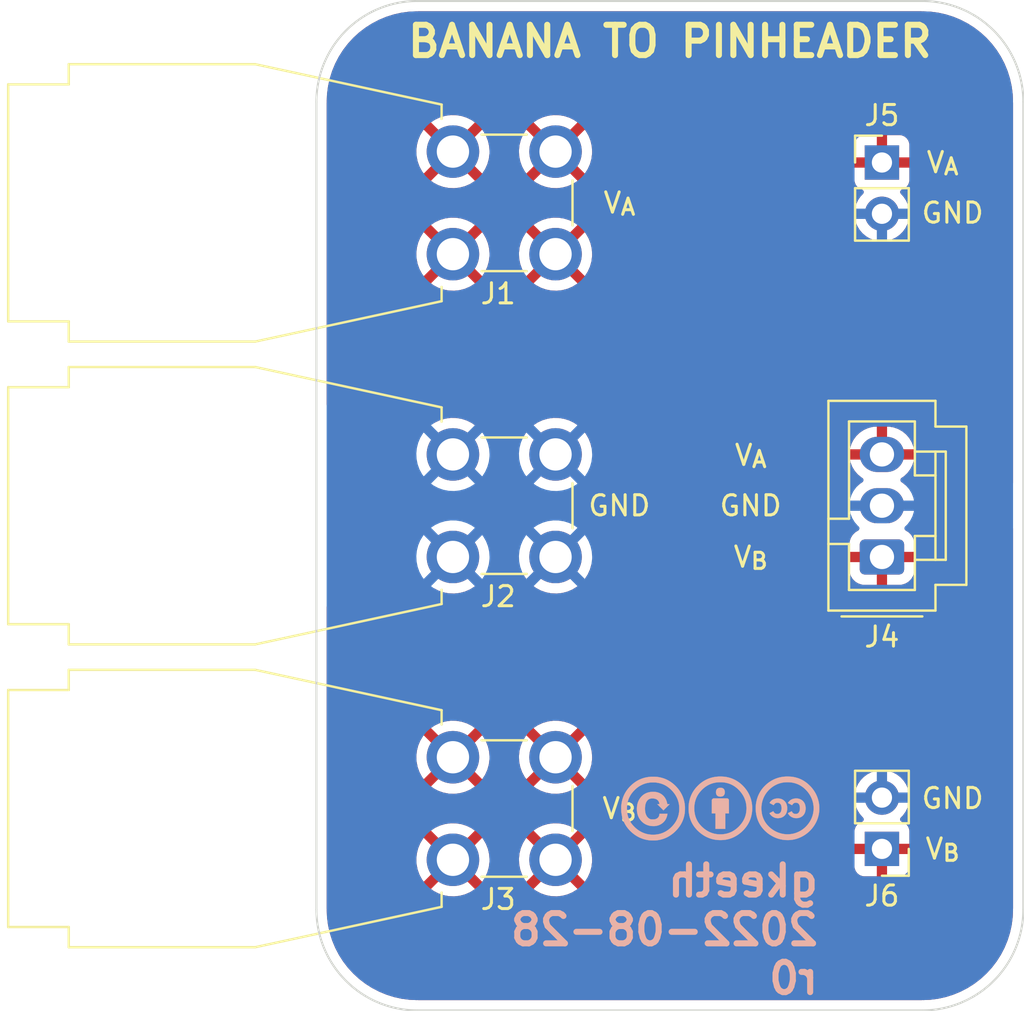
<source format=kicad_pcb>
(kicad_pcb (version 20211014) (generator pcbnew)
  (layers (0 "F.Cu" signal) (31 "B.Cu" signal) (34 "B.Paste" user) (35 "F.Paste" user) (36 "B.SilkS" user "B.Silkscreen") (37 "F.SilkS" user "F.Silkscreen") (38 "B.Mask" user) (39 "F.Mask" user) (44 "Edge.Cuts" user))
  (net 0 "")
  (net 1 "/V_{A}")
  (net 2 "/GND")
  (net 3 "/V_{B}")
  (footprint "Connector_PinHeader_2.54mm:PinHeader_1x02_P2.54mm_Vertical" (layer "F.Cu") (at 123 127 180)
    (fp_text reference "J6" (at 0 -2.33) (layer "F.SilkS"))
    (fp_text value "Conn_01x02_Male")
    (fp_text user "V_{B}" (at -3 0 unlocked) (layer "F.SilkS"))
    (fp_text user "GND" (at -3.5 2.5 unlocked) (layer "F.SilkS"))
    (fp_line (start -1.33 1.27) (end -1.33 3.87) (layer "F.SilkS") (width 0.12))
    (fp_line (start 1.33 1.27) (end 1.33 3.87) (layer "F.SilkS") (width 0.12))
    (fp_line (start -1.33 3.87) (end 1.33 3.87) (layer "F.SilkS") (width 0.12))
    (fp_line (start -1.33 0) (end -1.33 -1.33) (layer "F.SilkS") (width 0.12))
    (fp_line (start -1.33 -1.33) (end 0 -1.33) (layer "F.SilkS") (width 0.12))
    (fp_line (start -1.33 1.27) (end 1.33 1.27) (layer "F.SilkS") (width 0.12))
    (pad "1" thru_hole rect locked (at 0 0 180) (size 1.7 1.7) (drill 1) (layers *.Cu *.Mask) (net 3 "/V_{B}"))
    (pad "2" thru_hole oval locked (at 0 2.54 180) (size 1.7 1.7) (drill 1) (layers *.Cu *.Mask) (net 2 "/GND"))
  )
  (footprint "Connector_Molex_SL:Molex_SL_A-70543-0002_1x03_P2.54mm_Vertical" (layer "F.Cu") (at 123 112.54 90)
    (fp_text reference "J4" (at -3.96 0) (layer "F.SilkS"))
    (fp_text value "Molex_SL_01x03_Male")
    (fp_text user "GND" (at 2.54 -6.5 unlocked) (layer "F.SilkS"))
    (fp_text user "V_{A}" (at 5.04 -6.5 unlocked) (layer "F.SilkS"))
    (fp_text user "V_{B}" (at 0 -6.5 unlocked) (layer "F.SilkS"))
    (fp_line (start -1.635 -1.63) (end -1.635 1.63) (layer "F.SilkS") (width 0.12))
    (fp_line (start -1.38 2.65) (end -1.38 4.18) (layer "F.SilkS") (width 0.12))
    (fp_line (start -0.14 1.63) (end -0.14 3.16) (layer "F.SilkS") (width 0.12))
    (fp_line (start -1.38 4.18) (end 6.46 4.18) (layer "F.SilkS") (width 0.12))
    (fp_line (start 5.22 2.65) (end 4.04 2.65) (layer "F.SilkS") (width 0.12))
    (fp_line (start 6.715 -1.63) (end 1.895 -1.63) (layer "F.SilkS") (width 0.12))
    (fp_line (start 6.715 1.63) (end 6.715 -1.63) (layer "F.SilkS") (width 0.12))
    (fp_line (start -0.14 2.65) (end 1.04 2.65) (layer "F.SilkS") (width 0.12))
    (fp_line (start 7.735 -2.65) (end 7.735 2.65) (layer "F.SilkS") (width 0.12))
    (fp_line (start 7.735 2.65) (end 6.46 2.65) (layer "F.SilkS") (width 0.12))
    (fp_line (start -2.655 -2.65) (end 7.735 -2.65) (layer "F.SilkS") (width 0.12))
    (fp_line (start 5.22 3.16) (end 5.22 1.63) (layer "F.SilkS") (width 0.12))
    (fp_line (start 4.04 1.63) (end 6.715 1.63) (layer "F.SilkS") (width 0.12))
    (fp_line (start 0.645 -2.65) (end 0.645 -1.63) (layer "F.SilkS") (width 0.12))
    (fp_line (start 4.04 2.65) (end 4.04 1.63) (layer "F.SilkS") (width 0.12))
    (fp_line (start 1.895 -1.63) (end 1.895 -2.65) (layer "F.SilkS") (width 0.12))
    (fp_line (start -2.655 2.65) (end -2.655 -2.65) (layer "F.SilkS") (width 0.12))
    (fp_line (start 1.04 1.63) (end 1.04 2.65) (layer "F.SilkS") (width 0.12))
    (fp_line (start 1.04 2.65) (end 4.04 2.65) (layer "F.SilkS") (width 0.12))
    (fp_line (start -2.945 -2) (end -2.945 2) (layer "F.SilkS") (width 0.12))
    (fp_line (start 0.645 -1.63) (end -1.635 -1.63) (layer "F.SilkS") (width 0.12))
    (fp_line (start 6.46 4.18) (end 6.46 2.65) (layer "F.SilkS") (width 0.12))
    (fp_line (start -1.635 1.63) (end 1.04 1.63) (layer "F.SilkS") (width 0.12))
    (fp_line (start -2.655 2.65) (end -1.38 2.65) (layer "F.SilkS") (width 0.12))
    (fp_line (start -0.14 3.16) (end 5.22 3.16) (layer "F.SilkS") (width 0.12))
    (pad "1" thru_hole roundrect locked (at 0 0 90) (size 1.74 2.2) (drill 1.2) (layers *.Cu *.Mask) (roundrect_rratio 0.1436781609) (net 3 "/V_{B}"))
    (pad "2" thru_hole oval locked (at 2.54 0 90) (size 1.74 2.2) (drill 1.2) (layers *.Cu *.Mask) (net 2 "/GND"))
    (pad "3" thru_hole oval locked (at 5.08 0 90) (size 1.74 2.2) (drill 1.2) (layers *.Cu *.Mask) (net 1 "/V_{A}"))
  )
  (footprint "Connector:CalTest_CT3151" (layer "F.Cu") (at 101.76 107.46)
    (fp_text reference "J2" (at 2.24 7.04) (layer "F.SilkS"))
    (fp_text value "Conn_01x01_Female")
    (fp_text user "GND" (at 8.24 2.54 unlocked) (layer "F.SilkS"))
    (fp_line (start 1.417 -0.84) (end 3.652 -0.84) (layer "F.SilkS") (width 0.12))
    (fp_line (start -19.02 8.41) (end -22.02 8.41) (layer "F.SilkS") (width 0.12))
    (fp_line (start -22.02 8.41) (end -22.02 -3.33) (layer "F.SilkS") (width 0.12))
    (fp_line (start -19.02 -3.33) (end -19.02 -4.33) (layer "F.SilkS") (width 0.12))
    (fp_line (start -0.561 -2.33) (end -0.561 -1.623) (layer "F.SilkS") (width 0.12))
    (fp_line (start -19.02 9.41) (end -19.02 8.41) (layer "F.SilkS") (width 0.12))
    (fp_line (start -22.02 -3.33) (end -19.02 -3.33) (layer "F.SilkS") (width 0.12))
    (fp_line (start -0.561 7.41) (end -9.79 9.41) (layer "F.SilkS") (width 0.12))
    (fp_line (start 5.92 1.425) (end 5.92 3.656) (layer "F.SilkS") (width 0.12))
    (fp_line (start -19.02 -4.33) (end -9.79 -4.33) (layer "F.SilkS") (width 0.12))
    (fp_line (start -9.79 9.41) (end -19.02 9.41) (layer "F.SilkS") (width 0.12))
    (fp_line (start 3.653 5.92) (end 1.417 5.92) (layer "F.SilkS") (width 0.12))
    (fp_line (start -0.561 6.703) (end -0.561 7.41) (layer "F.SilkS") (width 0.12))
    (fp_line (start -9.79 -4.33) (end -0.561 -2.33) (layer "F.SilkS") (width 0.12))
    (pad "1" thru_hole circle locked (at 0 5.08) (size 2.6 2.6) (drill 1.6) (layers *.Cu *.Mask) (net 2 "/GND"))
    (pad "1" thru_hole circle locked (at 5.08 5.08) (size 2.6 2.6) (drill 1.6) (layers *.Cu *.Mask) (net 2 "/GND"))
    (pad "1" thru_hole circle locked (at 5.08 0) (size 2.6 2.6) (drill 1.6) (layers *.Cu *.Mask) (net 2 "/GND"))
    (pad "1" thru_hole circle locked (at 0 0) (size 2.6 2.6) (drill 1.6) (layers *.Cu *.Mask) (net 2 "/GND"))
  )
  (footprint "Connector:CalTest_CT3151" (layer "F.Cu") (at 101.76 92.46)
    (fp_text reference "J1" (at 2.24 7.04) (layer "F.SilkS"))
    (fp_text value "Conn_01x01_Female")
    (fp_text user "V_{A}" (at 8.24 2.54 unlocked) (layer "F.SilkS"))
    (fp_line (start -9.79 -4.33) (end -0.561 -2.33) (layer "F.SilkS") (width 0.12))
    (fp_line (start -19.02 9.41) (end -19.02 8.41) (layer "F.SilkS") (width 0.12))
    (fp_line (start -19.02 8.41) (end -22.02 8.41) (layer "F.SilkS") (width 0.12))
    (fp_line (start -22.02 -3.33) (end -19.02 -3.33) (layer "F.SilkS") (width 0.12))
    (fp_line (start -0.561 -2.33) (end -0.561 -1.623) (layer "F.SilkS") (width 0.12))
    (fp_line (start -19.02 -4.33) (end -9.79 -4.33) (layer "F.SilkS") (width 0.12))
    (fp_line (start 1.417 -0.84) (end 3.652 -0.84) (layer "F.SilkS") (width 0.12))
    (fp_line (start -22.02 8.41) (end -22.02 -3.33) (layer "F.SilkS") (width 0.12))
    (fp_line (start -19.02 -3.33) (end -19.02 -4.33) (layer "F.SilkS") (width 0.12))
    (fp_line (start 5.92 1.425) (end 5.92 3.656) (layer "F.SilkS") (width 0.12))
    (fp_line (start 3.653 5.92) (end 1.417 5.92) (layer "F.SilkS") (width 0.12))
    (fp_line (start -0.561 6.703) (end -0.561 7.41) (layer "F.SilkS") (width 0.12))
    (fp_line (start -0.561 7.41) (end -9.79 9.41) (layer "F.SilkS") (width 0.12))
    (fp_line (start -9.79 9.41) (end -19.02 9.41) (layer "F.SilkS") (width 0.12))
    (pad "1" thru_hole circle locked (at 0 0) (size 2.6 2.6) (drill 1.6) (layers *.Cu *.Mask) (net 1 "/V_{A}"))
    (pad "1" thru_hole circle locked (at 5.08 0) (size 2.6 2.6) (drill 1.6) (layers *.Cu *.Mask) (net 1 "/V_{A}"))
    (pad "1" thru_hole circle locked (at 5.08 5.08) (size 2.6 2.6) (drill 1.6) (layers *.Cu *.Mask) (net 1 "/V_{A}"))
    (pad "1" thru_hole circle locked (at 0 5.08) (size 2.6 2.6) (drill 1.6) (layers *.Cu *.Mask) (net 1 "/V_{A}"))
  )
  (footprint "Connector_PinHeader_2.54mm:PinHeader_1x02_P2.54mm_Vertical" (layer "F.Cu") (at 123 93)
    (fp_text reference "J5" (at 0 -2.33) (layer "F.SilkS"))
    (fp_text value "Conn_01x02_Male")
    (fp_text user "GND" (at 3.5 2.5 unlocked) (layer "F.SilkS"))
    (fp_text user "V_{A}" (at 3 0 unlocked) (layer "F.SilkS"))
    (fp_line (start -1.33 1.27) (end -1.33 3.87) (layer "F.SilkS") (width 0.12))
    (fp_line (start -1.33 -1.33) (end 0 -1.33) (layer "F.SilkS") (width 0.12))
    (fp_line (start 1.33 1.27) (end 1.33 3.87) (layer "F.SilkS") (width 0.12))
    (fp_line (start -1.33 1.27) (end 1.33 1.27) (layer "F.SilkS") (width 0.12))
    (fp_line (start -1.33 0) (end -1.33 -1.33) (layer "F.SilkS") (width 0.12))
    (fp_line (start -1.33 3.87) (end 1.33 3.87) (layer "F.SilkS") (width 0.12))
    (pad "1" thru_hole rect locked (at 0 0) (size 1.7 1.7) (drill 1) (layers *.Cu *.Mask) (net 1 "/V_{A}"))
    (pad "2" thru_hole oval locked (at 0 2.54) (size 1.7 1.7) (drill 1) (layers *.Cu *.Mask) (net 2 "/GND"))
  )
  (footprint "Connector:CalTest_CT3151" (layer "F.Cu") (at 101.76 122.46)
    (fp_text reference "J3" (at 2.24 7.04) (layer "F.SilkS"))
    (fp_text value "Conn_01x01_Female")
    (fp_text user "V_{B}" (at 8.24 2.54 unlocked) (layer "F.SilkS"))
    (fp_line (start -9.79 9.41) (end -19.02 9.41) (layer "F.SilkS") (width 0.12))
    (fp_line (start -22.02 -3.33) (end -19.02 -3.33) (layer "F.SilkS") (width 0.12))
    (fp_line (start 3.653 5.92) (end 1.417 5.92) (layer "F.SilkS") (width 0.12))
    (fp_line (start -0.561 7.41) (end -9.79 9.41) (layer "F.SilkS") (width 0.12))
    (fp_line (start -19.02 8.41) (end -22.02 8.41) (layer "F.SilkS") (width 0.12))
    (fp_line (start -19.02 -4.33) (end -9.79 -4.33) (layer "F.SilkS") (width 0.12))
    (fp_line (start -19.02 -3.33) (end -19.02 -4.33) (layer "F.SilkS") (width 0.12))
    (fp_line (start -22.02 8.41) (end -22.02 -3.33) (layer "F.SilkS") (width 0.12))
    (fp_line (start -0.561 -2.33) (end -0.561 -1.623) (layer "F.SilkS") (width 0.12))
    (fp_line (start -9.79 -4.33) (end -0.561 -2.33) (layer "F.SilkS") (width 0.12))
    (fp_line (start -0.561 6.703) (end -0.561 7.41) (layer "F.SilkS") (width 0.12))
    (fp_line (start 5.92 1.425) (end 5.92 3.656) (layer "F.SilkS") (width 0.12))
    (fp_line (start -19.02 9.41) (end -19.02 8.41) (layer "F.SilkS") (width 0.12))
    (fp_line (start 1.417 -0.84) (end 3.652 -0.84) (layer "F.SilkS") (width 0.12))
    (pad "1" thru_hole circle locked (at 5.08 0) (size 2.6 2.6) (drill 1.6) (layers *.Cu *.Mask) (net 3 "/V_{B}"))
    (pad "1" thru_hole circle locked (at 0 0) (size 2.6 2.6) (drill 1.6) (layers *.Cu *.Mask) (net 3 "/V_{B}"))
    (pad "1" thru_hole circle locked (at 5.08 5.08) (size 2.6 2.6) (drill 1.6) (layers *.Cu *.Mask) (net 3 "/V_{B}"))
    (pad "1" thru_hole circle locked (at 0 5.08) (size 2.6 2.6) (drill 1.6) (layers *.Cu *.Mask) (net 3 "/V_{B}"))
  )
  (footprint "Symbol_CreativeCommons:CC-BY-SA_SilkScreenTop_Small" (layer "B.Cu") (at 115 125 180)
    (fp_text reference "LOGO1" hide)
    (fp_text value "CC-BY-SA_0.33in" hide)
    (fp_poly (pts (xy 0.363207 0.492155) (xy 0.381956 0.479987) (xy 0.398919 0.463361) (xy 0.412335 0.444021) (xy 0.412932 0.442917) (xy 0.420129 0.429432) (xy 0.420958 0.093793) (xy 0.421787 -0.241845) (xy 0.241845 -0.241845) (xy 0.241845 -1.00769) (xy -0.244947 -1.00769) (xy -0.244947 -0.241845) (xy -0.424889 -0.241845) (xy -0.42406 0.093793) (xy -0.42323 0.429432) (xy -0.416152 0.443651) (xy -0.404127 0.461926) (xy -0.38785 0.478326) (xy -0.369271 0.490951) (xy -0.36587 0.492658) (xy -0.348816 0.500745) (xy 0.345715 0.500745) (xy 0.363207 0.492155)) (layer "B.SilkS") (width 0.01) (fill solid))
    (fp_poly (pts (xy -3.723257 0.49677) (xy -3.696094 0.495218) (xy -3.67178 0.492882) (xy -3.655528 0.490482) (xy -3.604267 0.478777) (xy -3.557117 0.462808) (xy -3.513481 0.442343) (xy -3.481313 0.422986) (xy -3.448635 0.398421) (xy -3.417149 0.369332) (xy -3.388286 0.337235) (xy -3.363479 0.303647) (xy -3.353661 0.287834) (xy -3.345242 0.273361) (xy -3.395772 0.24699) (xy -3.416547 0.236157) (xy -3.440485 0.223688) (xy -3.465243 0.210804) (xy -3.488478 0.198724) (xy -3.499333 0.193085) (xy -3.552365 0.16555) (xy -3.564446 0.187356) (xy -3.577441 0.207073) (xy -3.594078 0.22673) (xy -3.612787 0.244767) (xy -3.632001 0.259625) (xy -3.644739 0.267211) (xy -3.663981 0.276551) (xy -3.680074 0.282964) (xy -3.695045 0.286943) (xy -3.710915 0.288981) (xy -3.729709 0.289574) (xy -3.736206 0.289544) (xy -3.772902 0.286608) (xy -3.806046 0.2786) (xy -3.83561 0.265548) (xy -3.861569 0.247482) (xy -3.883893 0.224433) (xy -3.902557 0.196429) (xy -3.917532 0.1635) (xy -3.928792 0.125675) (xy -3.936309 0.082984) (xy -3.937579 0.071761) (xy -3.940655 0.020874) (xy -3.939333 -0.027295) (xy -3.933693 -0.072384) (xy -3.923815 -0.114035) (xy -3.909779 -0.151888) (xy -3.891665 -0.185583) (xy -3.875208 -0.208204) (xy -3.859912 -0.223367) (xy -3.840289 -0.23782) (xy -3.81819 -0.250355) (xy -3.796668 -0.259361) (xy -3.785643 -0.262909) (xy -3.775985 -0.265313) (xy -3.765979 -0.266793) (xy -3.753911 -0.267568) (xy -3.738068 -0.267857) (xy -3.730005 -0.267885) (xy -3.70416 -0.267291) (xy -3.682736 -0.265213) (xy -3.664064 -0.261317) (xy -3.646471 -0.25527) (xy -3.631034 -0.248149) (xy -3.603491 -0.230797) (xy -3.578776 -0.208243) (xy -3.557427 -0.181051) (xy -3.543266 -0.1566) (xy -3.538423 -0.147048) (xy -3.534732 -0.139976) (xy -3.533003 -0.136936) (xy -3.530136 -0.138019) (xy -3.522535 -0.14154) (xy -3.510985 -0.147105) (xy -3.496269 -0.154319) (xy -3.479169 -0.162789) (xy -3.460471 -0.172121) (xy -3.440956 -0.181919) (xy -3.421409 -0.19179) (xy -3.402613 -0.20134) (xy -3.385351 -0.210173) (xy -3.370407 -0.217897) (xy -3.358564 -0.224116) (xy -3.350605 -0.228436) (xy -3.34754 -0.230276) (xy -3.345557 -0.232314) (xy -3.34519 -0.235171) (xy -3.346852 -0.239775) (xy -3.350957 -0.247059) (xy -3.357917 -0.257953) (xy -3.363707 -0.266719) (xy -3.38831 -0.301314) (xy -3.413325 -0.331194) (xy -3.440121 -0.357772) (xy -3.470069 -0.382459) (xy -3.490249 -0.397039) (xy -3.522957 -0.417149) (xy -3.559766 -0.435451) (xy -3.598652 -0.451108) (xy -3.63759 -0.463285) (xy -3.666443 -0.469784) (xy -3.682354 -0.471982) (xy -3.702782 -0.473781) (xy -3.726055 -0.47513) (xy -3.750499 -0.475977) (xy -3.774441 -0.476269) (xy -3.796207 -0.475955) (xy -3.814123 -0.474982) (xy -3.818831 -0.474517) (xy -3.873 -0.46552) (xy -3.924115 -0.451391) (xy -3.971945 -0.432308) (xy -4.016263 -0.40845) (xy -4.056837 -0.379995) (xy -4.09344 -0.347123) (xy -4.12584 -0.310013) (xy -4.15381 -0.268843) (xy -4.177119 -0.223792) (xy -4.193009 -0.18284) (xy -4.206934 -0.132423) (xy -4.216323 -0.078978) (xy -4.221176 -0.023689) (xy -4.221493 0.032262) (xy -4.217272 0.087689) (xy -4.208513 0.141409) (xy -4.195216 0.192239) (xy -4.193199 0.198438) (xy -4.175319 0.244215) (xy -4.153281 0.286088) (xy -4.126409 0.325176) (xy -4.094502 0.3621) (xy -4.056573 0.39758) (xy -4.015479 0.4278) (xy -3.971099 0.452823) (xy -3.923312 0.472715) (xy -3.871997 0.487539) (xy -3.849378 0.492267) (xy -3.830441 0.494848) (xy -3.806862 0.496575) (xy -3.780139 0.497462) (xy -3.751772 0.497522) (xy -3.723257 0.49677)) (layer "B.SilkS") (width 0.01) (fill solid))
    (fp_poly (pts (xy -3.27207 1.583781) (xy -3.243268 1.583236) (xy -3.218436 1.582318) (xy -3.205474 1.581549) (xy -3.105495 1.571594) (xy -3.008357 1.556146) (xy -2.913959 1.535172) (xy -2.822202 1.508638) (xy -2.732985 1.476513) (xy -2.646209 1.438761) (xy -2.561773 1.395351) (xy -2.479578 1.346249) (xy -2.461866 1.334732) (xy -2.418623 1.305393) (xy -2.378642 1.276465) (xy -2.340699 1.246942) (xy -2.303573 1.215815) (xy -2.266039 1.182078) (xy -2.226875 1.144725) (xy -2.205961 1.124039) (xy -2.170044 1.087439) (xy -2.138139 1.053341) (xy -2.109251 1.020588) (xy -2.082384 0.988022) (xy -2.056544 0.954486) (xy -2.035991 0.92625) (xy -1.98226 0.845423) (xy -1.934009 0.761731) (xy -1.891277 0.675279) (xy -1.854101 0.586173) (xy -1.822517 0.494516) (xy -1.796564 0.400413) (xy -1.776278 0.303969) (xy -1.761697 0.205289) (xy -1.754965 0.135726) (xy -1.75379 0.115727) (xy -1.752891 0.090953) (xy -1.752269 0.062696) (xy -1.751923 0.03225) (xy -1.751853 0.000908) (xy -1.752059 -0.030037) (xy -1.752542 -0.059292) (xy -1.753302 -0.085563) (xy -1.754339 -0.107557) (xy -1.75494 -0.116271) (xy -1.765787 -0.217396) (xy -1.78214 -0.315683) (xy -1.804011 -0.411171) (xy -1.831411 -0.503897) (xy -1.864354 -0.593899) (xy -1.90285 -0.681216) (xy -1.946911 -0.765885) (xy -1.970895 -0.807011) (xy -2.015466 -0.875553) (xy -2.065692 -0.943321) (xy -2.12103 -1.009728) (xy -2.180937 -1.074189) (xy -2.24487 -1.136117) (xy -2.312287 -1.194926) (xy -2.378572 -1.247006) (xy -2.456971 -1.301703) (xy -2.539299 -1.351973) (xy -2.62491 -1.397517) (xy -2.713156 -1.438039) (xy -2.803391 -1.473238) (xy -2.894967 -1.502817) (xy -2.982189 -1.525342) (xy -3.072339 -1.542912) (xy -3.163876 -1.555027) (xy -3.257351 -1.561735) (xy -3.353316 -1.563086) (xy -3.388941 -1.562259) (xy -3.48462 -1.556121) (xy -3.57891 -1.544016) (xy -3.671952 -1.525909) (xy -3.763893 -1.501763) (xy -3.854875 -1.471541) (xy -3.945042 -1.435207) (xy -4.010608 -1.404716) (xy -4.096549 -1.35913) (xy -4.179304 -1.308507) (xy -4.258659 -1.253102) (xy -4.334401 -1.193173) (xy -4.406313 -1.128976) (xy -4.474184 -1.060766) (xy -4.537797 -0.988801) (xy -4.59694 -0.913338) (xy -4.651398 -0.834631) (xy -4.700956 -0.752938) (xy -4.7454 -0.668515) (xy -4.784517 -0.581618) (xy -4.818091 -0.492504) (xy -4.844452 -0.40678) (xy -4.862283 -0.335958) (xy -4.876365 -0.266576) (xy -4.886884 -0.197197) (xy -4.894028 -0.126385) (xy -4.897983 -0.052705) (xy -4.898978 0.012403) (xy -4.898042 0.053997) (xy -4.618492 0.053997) (xy -4.618414 -0.033393) (xy -4.612215 -0.121147) (xy -4.608786 -0.150378) (xy -4.594725 -0.235303) (xy -4.574664 -0.319199) (xy -4.548765 -0.401725) (xy -4.517191 -0.482542) (xy -4.480104 -0.56131) (xy -4.437667 -0.637689) (xy -4.390042 -0.71134) (xy -4.337391 -0.781923) (xy -4.279878 -0.849098) (xy -4.269086 -0.860734) (xy -4.209273 -0.921121) (xy -4.148352 -0.975888) (xy -4.085551 -1.025605) (xy -4.020098 -1.070843) (xy -3.951222 -1.112172) (xy -3.878151 -1.150165) (xy -3.877759 -1.150355) (xy -3.797289 -1.186116) (xy -3.716099 -1.215833) (xy -3.633831 -1.239589) (xy -3.550128 -1.257467) (xy -3.464631 -1.26955) (xy -3.376983 -1.27592) (xy -3.33158 -1.276995) (xy -3.309531 -1.276947) (xy -3.285805 -1.276531) (xy -3.262653 -1.275807) (xy -3.242324 -1.27484) (xy -3.233912 -1.274283) (xy -3.144646 -1.26451) (xy -3.056753 -1.24878) (xy -2.97049 -1.227236) (xy -2.886113 -1.200021) (xy -2.803878 -1.167279) (xy -2.724043 -1.129152) (xy -2.646863 -1.085784) (xy -2.572594 -1.037317) (xy -2.501495 -0.983895) (xy -2.43382 -0.92566) (xy -2.369826 -0.862756) (xy -2.309771 -0.795326) (xy -2.259131 -0.730657) (xy -2.21547 -0.666324) (xy -2.175873 -0.597707) (xy -2.140617 -0.525434) (xy -2.109981 -0.450132) (xy -2.084242 -0.372429) (xy -2.063678 -0.292952) (xy -2.061987 -0.285253) (xy -2.048877 -0.213963) (xy -2.039522 -0.139469) (xy -2.033949 -0.063085) (xy -2.032184 0.013877) (xy -2.034255 0.090102) (xy -2.040187 0.164278) (xy -2.050009 0.235091) (xy -2.05119 0.241846) (xy -2.069978 0.330081) (xy -2.094402 0.415762) (xy -2.124404 0.498793) (xy -2.159928 0.579075) (xy -2.200914 0.656514) (xy -2.247306 0.731011) (xy -2.299045 0.802471) (xy -2.356075 0.870796) (xy -2.418338 0.935889) (xy -2.485776 0.997654) (xy -2.516126 1.022983) (xy -2.587304 1.076971) (xy -2.660706 1.125173) (xy -2.736369 1.167605) (xy -2.814326 1.204283) (xy -2.894612 1.235221) (xy -2.977262 1.260437) (xy -3.06231 1.279945) (xy -3.099036 1.286486) (xy -3.180149 1.297054) (xy -3.263756 1.302838) (xy -3.34843 1.303842) (xy -3.432742 1.300069) (xy -3.515265 1.291525) (xy -3.557428 1.285125) (xy -3.643165 1.267568) (xy -3.726265 1.244399) (xy -3.806752 1.215608) (xy -3.884648 1.181184) (xy -3.959979 1.141116) (xy -4.03277 1.095393) (xy -4.103043 1.044004) (xy -4.111377 1.037401) (xy -4.164448 0.992402) (xy -4.217195 0.942688) (xy -4.268263 0.889655) (xy -4.316295 0.834703) (xy -4.353708 0.787549) (xy -4.406005 0.713407) (xy -4.452723 0.636907) (xy -4.493803 0.558272) (xy -4.529183 0.477721) (xy -4.558805 0.395477) (xy -4.582606 0.311762) (xy -4.600528 0.226795) (xy -4.61251 0.1408) (xy -4.618492 0.053997) (xy -4.898042 0.053997) (xy -4.897088 0.096374) (xy -4.891339 0.176647) (xy -4.881519 0.25454) (xy -4.867413 0.331373) (xy -4.848807 0.408465) (xy -4.825487 0.487136) (xy -4.818462 0.508497) (xy -4.786743 0.59506) (xy -4.750675 0.678271) (xy -4.709927 0.758709) (xy -4.664171 0.836952) (xy -4.613078 0.91358) (xy -4.556317 0.989169) (xy -4.518279 1.035596) (xy -4.500559 1.055776) (xy -4.47909 1.078951) (xy -4.454876 1.104131) (xy -4.428918 1.130326) (xy -4.402221 1.156546) (xy -4.375785 1.181801) (xy -4.350615 1.2051) (xy -4.327712 1.225455) (xy -4.315667 1.235683) (xy -4.23974 1.295289) (xy -4.16248 1.348997) (xy -4.083582 1.396936) (xy -4.002742 1.439234) (xy -3.919653 1.476022) (xy -3.834011 1.507427) (xy -3.745512 1.53358) (xy -3.65385 1.554609) (xy -3.558721 1.570643) (xy -3.509864 1.576816) (xy -3.489968 1.578624) (xy -3.465004 1.580199) (xy -3.436102 1.581524) (xy -3.404393 1.582581) (xy -3.371005 1.583353) (xy -3.337069 1.583822) (xy -3.303714 1.583971) (xy -3.27207 1.583781)) (layer "B.SilkS") (width 0.01) (fill solid))
    (fp_poly (pts (xy 3.385437 1.574471) (xy 3.414187 1.573911) (xy 3.438924 1.572974) (xy 3.451788 1.572194) (xy 3.55217 1.562068) (xy 3.6496 1.546501) (xy 3.744174 1.525459) (xy 3.835983 1.498902) (xy 3.925121 1.466793) (xy 4.011682 1.429097) (xy 4.09576 1.385774) (xy 4.177447 1.336788) (xy 4.256838 1.282102) (xy 4.334026 1.221679) (xy 4.33627 1.219809) (xy 4.405773 1.158495) (xy 4.472152 1.093305) (xy 4.534681 1.025039) (xy 4.592637 0.954497) (xy 4.645295 0.88248) (xy 4.656032 0.866614) (xy 4.706441 0.785708) (xy 4.751182 0.702606) (xy 4.790298 0.617181) (xy 4.82383 0.529306) (xy 4.851822 0.438855) (xy 4.874315 0.345699) (xy 4.891353 0.249714) (xy 4.902977 0.150771) (xy 4.905335 0.121601) (xy 4.906467 0.100759) (xy 4.907239 0.075154) (xy 4.907668 0.045887) (xy 4.90777 0.014057) (xy 4.90756 -0.019235) (xy 4.907056 -0.052891) (xy 4.906273 -0.085811) (xy 4.905229 -0.116895) (xy 4.903939 -0.145042) (xy 4.902419 -0.169154) (xy 4.900748 -0.187585) (xy 4.88677 -0.287373) (xy 4.867627 -0.383763) (xy 4.843265 -0.476869) (xy 4.813629 -0.566809) (xy 4.778663 -0.653697) (xy 4.738312 -0.737651) (xy 4.692522 -0.818784) (xy 4.641236 -0.897214) (xy 4.5844 -0.973057) (xy 4.521959 -1.046427) (xy 4.461999 -1.10937) (xy 4.387101 -1.18007) (xy 4.309868 -1.245028) (xy 4.230265 -1.304261) (xy 4.148256 -1.357787) (xy 4.063805 -1.405624) (xy 3.976876 -1.447787) (xy 3.887435 -1.484296) (xy 3.795444 -1.515166) (xy 3.70087 -1.540416) (xy 3.603676 -1.560063) (xy 3.506762 -1.573794) (xy 3.488102 -1.575461) (xy 3.464328 -1.576896) (xy 3.436497 -1.578087) (xy 3.405669 -1.579026) (xy 3.3729 -1.579702) (xy 3.339251 -1.580106) (xy 3.305778 -1.580228) (xy 3.273542 -1.580059) (xy 3.243598 -1.579588) (xy 3.217007 -1.578807) (xy 3.194827 -1.577705) (xy 3.182751 -1.576762) (xy 3.085747 -1.564825) (xy 2.99209 -1.547807) (xy 2.901414 -1.525596) (xy 2.813351 -1.498077) (xy 2.727532 -1.465135) (xy 2.643592 -1.426657) (xy 2.564312 -1.384332) (xy 2.484886 -1.33562) (xy 2.407489 -1.281565) (xy 2.332593 -1.222644) (xy 2.26067 -1.159335) (xy 2.19219 -1.092116) (xy 2.127625 -1.021463) (xy 2.067448 -0.947855) (xy 2.012128 -0.87177) (xy 1.962138 -0.793684) (xy 1.935751 -0.747626) (xy 1.89549 -0.669097) (xy 1.860486 -0.589744) (xy 1.830523 -0.508875) (xy 1.80538 -0.425798) (xy 1.784842 -0.339822) (xy 1.768689 -0.250254) (xy 1.760787 -0.192671) (xy 1.758542 -0.170186) (xy 1.756592 -0.142697) (xy 1.754961 -0.111398) (xy 1.753673 -0.077478) (xy 1.75275 -0.042131) (xy 1.752429 -0.020716) (xy 2.033935 -0.020716) (xy 2.034259 -0.052086) (xy 2.035018 -0.080885) (xy 2.036222 -0.105674) (xy 2.037007 -0.116271) (xy 2.047419 -0.204507) (xy 2.0633 -0.290015) (xy 2.084704 -0.37291) (xy 2.111687 -0.453309) (xy 2.144303 -0.531325) (xy 2.182606 -0.607073) (xy 2.22665 -0.68067) (xy 2.27649 -0.75223) (xy 2.332181 -0.821867) (xy 2.393778 -0.889698) (xy 2.412255 -0.908548) (xy 2.451453 -0.94684) (xy 2.488817 -0.981079) (xy 2.525751 -1.012503) (xy 2.563662 -1.042346) (xy 2.568656 -1.046114) (xy 2.641753 -1.097317) (xy 2.716941 -1.142689) (xy 2.794231 -1.182232) (xy 2.873629 -1.215948) (xy 2.955143 -1.24384) (xy 3.038781 -1.26591) (xy 3.12455 -1.28216) (xy 3.21246 -1.292592) (xy 3.302517 -1.297208) (xy 3.394729 -1.296011) (xy 3.449401 -1.292638) (xy 3.535781 -1.28271) (xy 3.620941 -1.266742) (xy 3.704647 -1.244817) (xy 3.786659 -1.217018) (xy 3.866743 -1.183428) (xy 3.94466 -1.14413) (xy 4.020175 -1.099207) (xy 4.041603 -1.08513) (xy 4.085001 -1.054952) (xy 4.125704 -1.024353) (xy 4.164961 -0.992282) (xy 4.204023 -0.957689) (xy 4.24414 -0.919523) (xy 4.27268 -0.890973) (xy 4.319414 -0.841552) (xy 4.361118 -0.793365) (xy 4.398532 -0.745372) (xy 4.432397 -0.696535) (xy 4.463453 -0.645815) (xy 4.492439 -0.592172) (xy 4.508015 -0.560527) (xy 4.534336 -0.501523) (xy 4.556978 -0.44235) (xy 4.576246 -0.38192) (xy 4.592445 -0.319147) (xy 4.605881 -0.252947) (xy 4.616858 -0.182232) (xy 4.618984 -0.165881) (xy 4.620833 -0.146917) (xy 4.622334 -0.122908) (xy 4.623486 -0.094908) (xy 4.62429 -0.06397) (xy 4.624746 -0.031146) (xy 4.624854 0.002509) (xy 4.624615 0.035943) (xy 4.624028 0.068102) (xy 4.623095 0.097934) (xy 4.621815 0.124385) (xy 4.620188 0.146402) (xy 4.618907 0.15813) (xy 4.608985 0.225067) (xy 4.597217 0.287346) (xy 4.583268 0.346323) (xy 4.566804 0.403354) (xy 4.54749 0.459794) (xy 4.539056 0.482088) (xy 4.530965 0.501562) (xy 4.520389 0.524979) (xy 4.508023 0.550956) (xy 4.494564 0.578114) (xy 4.480708 0.605071) (xy 4.467153 0.630448) (xy 4.454594 0.652863) (xy 4.444018 0.670477) (xy 4.413549 0.716787) (xy 4.382225 0.760329) (xy 4.348976 0.802444) (xy 4.312729 0.844472) (xy 4.272412 0.887754) (xy 4.260205 0.900325) (xy 4.210818 0.949092) (xy 4.162901 0.99284) (xy 4.115517 1.032264) (xy 4.067728 1.068058) (xy 4.018597 1.100918) (xy 3.967186 1.131538) (xy 3.912558 1.160615) (xy 3.902087 1.165849) (xy 3.842786 1.193549) (xy 3.784397 1.217293) (xy 3.725657 1.237461) (xy 3.665304 1.254431) (xy 3.602075 1.268581) (xy 3.534708 1.28029) (xy 3.506762 1.284314) (xy 3.492965 1.286124) (xy 3.480195 1.287595) (xy 3.467593 1.28876) (xy 3.454304 1.289656) (xy 3.439468 1.290315) (xy 3.422228 1.290773) (xy 3.401727 1.291064) (xy 3.377107 1.291223) (xy 3.34751 1.291283) (xy 3.33313 1.291288) (xy 3.301217 1.291257) (xy 3.274641 1.291146) (xy 3.252536 1.290918) (xy 3.234038 1.290539) (xy 3.218281 1.289972) (xy 3.204402 1.289183) (xy 3.191534 1.288136) (xy 3.178815 1.286796) (xy 3.165377 1.285127) (xy 3.157946 1.284136) (xy 3.069833 1.269513) (xy 2.985335 1.24997) (xy 2.904192 1.225376) (xy 2.82614 1.1956) (xy 2.750918 1.160511) (xy 2.678263 1.11998) (xy 2.607913 1.073875) (xy 2.539605 1.022066) (xy 2.473076 0.964422) (xy 2.427758 0.920864) (xy 2.362618 0.851754) (xy 2.303356 0.780679) (xy 2.249967 0.707623) (xy 2.202443 0.632573) (xy 2.160778 0.555516) (xy 2.124965 0.476438) (xy 2.094998 0.395325) (xy 2.07087 0.312163) (xy 2.052574 0.226938) (xy 2.040103 0.139638) (xy 2.038528 0.124243) (xy 2.036812 0.10164) (xy 2.035485 0.074401) (xy 2.034557 0.043968) (xy 2.034037 0.011782) (xy 2.033935 -0.020716) (xy 1.752429 -0.020716) (xy 1.752216 -0.006549) (xy 1.752095 0.028078) (xy 1.75241 0.060557) (xy 1.753183 0.089695) (xy 1.75444 0.114302) (xy 1.754695 0.117848) (xy 1.765061 0.217031) (xy 1.780951 0.313443) (xy 1.802417 0.407235) (xy 1.829513 0.498554) (xy 1.862292 0.58755) (xy 1.900806 0.674371) (xy 1.945107 0.759167) (xy 1.99525 0.842086) (xy 2.02954 0.892969) (xy 2.090004 0.973991) (xy 2.154964 1.051058) (xy 2.224133 1.12389) (xy 2.297222 1.192205) (xy 2.373942 1.255723) (xy 2.454004 1.314163) (xy 2.479585 1.331288) (xy 2.558901 1.379997) (xy 2.639753 1.423082) (xy 2.722505 1.460671) (xy 2.80752 1.492895) (xy 2.895163 1.519881) (xy 2.985799 1.541759) (xy 3.07979 1.558656) (xy 3.147094 1.567514) (xy 3.167109 1.569333) (xy 3.192187 1.570916) (xy 3.221193 1.572245) (xy 3.252992 1.573303) (xy 3.286451 1.574072) (xy 3.320434 1.574534) (xy 3.353808 1.574673) (xy 3.385437 1.574471)) (layer "B.SilkS") (width 0.01) (fill solid))
    (fp_poly (pts (xy -2.799357 0.496503) (xy -2.770142 0.494176) (xy -2.744702 0.490676) (xy -2.743676 0.490492) (xy -2.690878 0.478273) (xy -2.642254 0.461524) (xy -2.597621 0.440129) (xy -2.556796 0.413971) (xy -2.519599 0.382936) (xy -2.485848 0.346906) (xy -2.456589 0.307616) (xy -2.44923 0.296172) (xy -2.443361 0.286245) (xy -2.439765 0.279207) (xy -2.439022 0.276918) (xy -2.440866 0.274441) (xy -2.446824 0.270061) (xy -2.457147 0.263634) (xy -2.472086 0.255012) (xy -2.491893 0.24405) (xy -2.516819 0.230603) (xy -2.53938 0.218609) (xy -2.640149 0.165301) (xy -2.647987 0.179544) (xy -2.667761 0.210489) (xy -2.690367 0.23618) (xy -2.71646 0.257167) (xy -2.746692 0.274002) (xy -2.771924 0.284046) (xy -2.782214 0.286932) (xy -2.793807 0.288699) (xy -2.808405 0.289525) (xy -2.824634 0.289621) (xy -2.859784 0.287361) (xy -2.890716 0.281018) (xy -2.918083 0.270349) (xy -2.942536 0.255113) (xy -2.96106 0.238849) (xy -2.980672 0.216129) (xy -2.996778 0.190688) (xy -3.00953 0.162027) (xy -3.019083 0.129648) (xy -3.025589 0.093053) (xy -3.029202 0.051743) (xy -3.030112 0.013953) (xy -3.028578 -0.03266) (xy -3.023837 -0.074362) (xy -3.015738 -0.11164) (xy -3.004128 -0.144979) (xy -2.988856 -0.174867) (xy -2.96977 -0.201789) (xy -2.958778 -0.21426) (xy -2.935671 -0.234391) (xy -2.909147 -0.250004) (xy -2.880037 -0.261099) (xy -2.849172 -0.267678) (xy -2.817382 -0.269739) (xy -2.785498 -0.267283) (xy -2.754351 -0.26031) (xy -2.724772 -0.24882) (xy -2.697591 -0.232814) (xy -2.67553 -0.214211) (xy -2.666595 -0.204355) (xy -2.656936 -0.192198) (xy -2.647368 -0.17896) (xy -2.638705 -0.16586) (xy -2.631761 -0.154118) (xy -2.627352 -0.144953) (xy -2.626197 -0.140366) (xy -2.624253 -0.136718) (xy -2.623076 -0.136425) (xy -2.619857 -0.13775) (xy -2.611881 -0.141467) (xy -2.599935 -0.147185) (xy -2.584804 -0.154518) (xy -2.567274 -0.163077) (xy -2.548133 -0.172473) (xy -2.528165 -0.182317) (xy -2.508158 -0.192221) (xy -2.488898 -0.201797) (xy -2.471171 -0.210657) (xy -2.455763 -0.21841) (xy -2.44346 -0.22467) (xy -2.435049 -0.229048) (xy -2.431316 -0.231154) (xy -2.431239 -0.231217) (xy -2.432052 -0.234389) (xy -2.435885 -0.241514) (xy -2.442059 -0.251564) (xy -2.449897 -0.263512) (xy -2.458721 -0.276331) (xy -2.467854 -0.288995) (xy -2.476617 -0.300478) (xy -2.47857 -0.302919) (xy -2.514229 -0.342199) (xy -2.553907 -0.377072) (xy -2.597075 -0.407243) (xy -2.643202 -0.432417) (xy -2.691759 -0.452298) (xy -2.742214 -0.466591) (xy -2.785877 -0.474087) (xy -2.807596 -0.475933) (xy -2.833152 -0.476852) (xy -2.860249 -0.476841) (xy -2.886593 -0.475899) (xy -2.90835 -0.474192) (xy -2.962543 -0.465608) (xy -3.013547 -0.451731) (xy -3.061331 -0.432574) (xy -3.105862 -0.408153) (xy -3.147108 -0.378483) (xy -3.179763 -0.348944) (xy -3.212285 -0.312443) (xy -3.239928 -0.272797) (xy -3.262824 -0.229726) (xy -3.281101 -0.18295) (xy -3.294889 -0.132189) (xy -3.303814 -0.081038) (xy -3.305848 -0.06049) (xy -3.307224 -0.035491) (xy -3.307943 -0.007757) (xy -3.308004 0.020999) (xy -3.307407 0.049061) (xy -3.306153 0.074713) (xy -3.304241 0.096241) (xy -3.303806 0.099701) (xy -3.293721 0.154507) (xy -3.278533 0.206078) (xy -3.25833 0.254253) (xy -3.2332 0.29887) (xy -3.203233 0.339771) (xy -3.168515 0.376793) (xy -3.136243 0.404394) (xy -3.099819 0.430226) (xy -3.063154 0.451253) (xy -3.024817 0.468114) (xy -2.983382 0.481453) (xy -2.944519 0.490528) (xy -2.921088 0.494072) (xy -2.893213 0.496441) (xy -2.862536 0.497635) (xy -2.830703 0.497656) (xy -2.799357 0.496503)) (layer "B.SilkS") (width 0.01) (fill solid))
    (fp_poly (pts (xy 0.054328 1.584427) (xy 0.094403 1.583165) (xy 0.126517 1.58126) (xy 0.227139 1.570733) (xy 0.324856 1.554736) (xy 0.419723 1.533244) (xy 0.511796 1.506234) (xy 0.601131 1.473683) (xy 0.687784 1.435568) (xy 0.771811 1.391866) (xy 0.853268 1.342552) (xy 0.932211 1.287605) (xy 1.008697 1.227) (xy 1.035595 1.203833) (xy 1.056612 1.184743) (xy 1.080307 1.162211) (xy 1.105599 1.137339) (xy 1.131407 1.111235) (xy 1.15665 1.085002) (xy 1.180247 1.059747) (xy 1.201118 1.036574) (xy 1.21516 1.020237) (xy 1.276018 0.942894) (xy 1.331091 0.863481) (xy 1.380422 0.781883) (xy 1.424059 0.69799) (xy 1.462046 0.611686) (xy 1.494428 0.522859) (xy 1.521252 0.431396) (xy 1.542562 0.337184) (xy 1.558404 0.24011) (xy 1.568823 0.140061) (xy 1.568863 0.139527) (xy 1.570009 0.119785) (xy 1.570891 0.095147) (xy 1.57151 0.066888) (xy 1.571865 0.036285) (xy 1.571956 0.004613) (xy 1.571783 -0.026852) (xy 1.571347 -0.056835) (xy 1.570648 -0.08406) (xy 1.569685 -0.107251) (xy 1.56886 -0.120315) (xy 1.558441 -0.220474) (xy 1.542688 -0.317488) (xy 1.521569 -0.411426) (xy 1.495053 -0.502359) (xy 1.463108 -0.590357) (xy 1.425702 -0.67549) (xy 1.382805 -0.757828) (xy 1.334383 -0.837441) (xy 1.280406 -0.914399) (xy 1.220842 -0.988773) (xy 1.155659 -1.060632) (xy 1.134973 -1.081741) (xy 1.059669 -1.153282) (xy 0.982142 -1.219119) (xy 0.90244 -1.279221) (xy 0.82061 -1.333557) (xy 0.736698 -1.382094) (xy 0.650751 -1.424802) (xy 0.578637 -1.455511) (xy 0.493719 -1.486323) (xy 0.408348 -1.511819) (xy 0.321951 -1.532093) (xy 0.233955 -1.547241) (xy 0.143788 -1.557356) (xy 0.050877 -1.562535) (xy -0.045351 -1.562871) (xy -0.066663 -1.562316) (xy -0.164045 -1.556275) (xy -0.259715 -1.544285) (xy -0.353604 -1.526377) (xy -0.445639 -1.502583) (xy -0.535752 -1.472933) (xy -0.623871 -1.437459) (xy -0.709926 -1.396191) (xy -0.793847 -1.349161) (xy -0.875563 -1.296399) (xy -0.955005 -1.237937) (xy -1.0321 -1.173806) (xy -1.10678 -1.104037) (xy -1.108579 -1.102258) (xy -1.178937 -1.028589) (xy -1.243498 -0.952735) (xy -1.302287 -0.874646) (xy -1.355328 -0.79427) (xy -1.402648 -0.711555) (xy -1.444272 -0.626451) (xy -1.480224 -0.538904) (xy -1.510531 -0.448865) (xy -1.535217 -0.356281) (xy -1.554308 -0.261101) (xy -1.567201 -0.168981) (xy -1.571343 -0.122596) (xy -1.574028 -0.071757) (xy -1.57528 -0.017971) (xy -1.575254 -0.008894) (xy -1.295157 -0.008894) (xy -1.291203 -0.093958) (xy -1.281808 -0.178387) (xy -1.266982 -0.261707) (xy -1.246732 -0.343445) (xy -1.221068 -0.423129) (xy -1.189998 -0.500284) (xy -1.18613 -0.508861) (xy -1.149204 -0.58272) (xy -1.106681 -0.654986) (xy -1.059001 -0.725216) (xy -1.006604 -0.792968) (xy -0.949932 -0.857799) (xy -0.889423 -0.919269) (xy -0.825518 -0.976934) (xy -0.758658 -1.030353) (xy -0.689283 -1.079084) (xy -0.617832 -1.122684) (xy -0.544746 -1.160713) (xy -0.530201 -1.167506) (xy -0.450845 -1.200466) (xy -0.368892 -1.227829) (xy -0.284494 -1.249558) (xy -0.197803 -1.265614) (xy -0.108969 -1.27596) (xy -0.089917 -1.277414) (xy -0.068033 -1.278474) (xy -0.041432 -1.279031) (xy -0.011579 -1.279116) (xy 0.020063 -1.278757) (xy 0.052033 -1.277984) (xy 0.082867 -1.276827) (xy 0.111102 -1.275313) (xy 0.135275 -1.273474) (xy 0.142627 -1.272746) (xy 0.230404 -1.260456) (xy 0.315613 -1.24261) (xy 0.398405 -1.219146) (xy 0.478927 -1.189999) (xy 0.557329 -1.155107) (xy 0.63376 -1.114406) (xy 0.708368 -1.067834) (xy 0.781303 -1.015327) (xy 0.817004 -0.98698) (xy 0.886915 -0.926339) (xy 0.95101 -0.863667) (xy 1.009373 -0.798851) (xy 1.062085 -0.731777) (xy 1.109229 -0.66233) (xy 1.150888 -0.590397) (xy 1.187144 -0.515863) (xy 1.218079 -0.438616) (xy 1.222438 -0.426289) (xy 1.245428 -0.351604) (xy 1.263837 -0.273499) (xy 1.277636 -0.192773) (xy 1.286793 -0.11022) (xy 1.291275 -0.026639) (xy 1.291053 0.057175) (xy 1.286093 0.140425) (xy 1.276366 0.222314) (xy 1.26184 0.302046) (xy 1.252686 0.341174) (xy 1.228704 0.424237) (xy 1.199352 0.504489) (xy 1.164554 0.58206) (xy 1.124233 0.657082) (xy 1.078313 0.729685) (xy 1.026718 0.8) (xy 0.96937 0.868158) (xy 0.906608 0.933882) (xy 0.843119 0.993138) (xy 0.778581 1.046573) (xy 0.712438 1.094547) (xy 0.644132 1.137423) (xy 0.573108 1.17556) (xy 0.498807 1.209319) (xy 0.454235 1.226945) (xy 0.38204 1.251063) (xy 0.306204 1.270746) (xy 0.227478 1.285933) (xy 0.146613 1.296568) (xy 0.064359 1.302592) (xy -0.018531 1.303945) (xy -0.101308 1.300571) (xy -0.183221 1.292411) (xy -0.251148 1.281752) (xy -0.336298 1.262989) (xy -0.418868 1.238588) (xy -0.498888 1.208537) (xy -0.576384 1.172823) (xy -0.651386 1.131434) (xy -0.723921 1.08436) (xy -0.738688 1.073862) (xy -0.804356 1.023075) (xy -0.867595 0.967432) (xy -0.927936 0.907523) (xy -0.98491 0.843937) (xy -1.038049 0.777264) (xy -1.086883 0.708095) (xy -1.130944 0.637019) (xy -1.169762 0.564625) (xy -1.20287 0.491504) (xy -1.204162 0.488343) (xy -1.233028 0.409401) (xy -1.256403 0.328256) (xy -1.274294 0.245381) (xy -1.286712 0.161249) (xy -1.293663 0.076333) (xy -1.295157 -0.008894) (xy -1.575254 -0.008894) (xy -1.57512 0.037256) (xy -1.573572 0.09242) (xy -1.57066 0.146015) (xy -1.566406 0.196535) (xy -1.560923 0.241846) (xy -1.54402 0.338784) (xy -1.521486 0.433212) (xy -1.493291 0.525195) (xy -1.459404 0.614801) (xy -1.419794 0.702097) (xy -1.374431 0.78715) (xy -1.323283 0.870027) (xy -1.266319 0.950794) (xy -1.20351 1.029519) (xy -1.193031 1.041797) (xy -1.125334 1.115915) (xy -1.054394 1.184887) (xy -0.980348 1.248638) (xy -0.90333 1.307096) (xy -0.823478 1.360188) (xy -0.740927 1.40784) (xy -0.655814 1.449979) (xy -0.568275 1.486532) (xy -0.478446 1.517426) (xy -0.386464 1.542587) (xy -0.292464 1.561942) (xy -0.201538 1.574872) (xy -0.164622 1.578356) (xy -0.123397 1.581122) (xy -0.079378 1.583142) (xy -0.034075 1.584386) (xy 0.010997 1.584824) (xy 0.054328 1.584427)) (layer "B.SilkS") (width 0.01) (fill solid))
    (fp_poly (pts (xy 0.017991 1.027565) (xy 0.051313 1.024019) (xy 0.082767 1.017175) (xy 0.111164 1.007031) (xy 0.132018 0.995813) (xy 0.151718 0.980702) (xy 0.169864 0.962519) (xy 0.184435 0.943344) (xy 0.186824 0.939433) (xy 0.197888 0.915934) (xy 0.206624 0.888046) (xy 0.212748 0.857232) (xy 0.215979 0.824957) (xy 0.216034 0.792684) (xy 0.215827 0.789082) (xy 0.211095 0.7492) (xy 0.202256 0.713946) (xy 0.189238 0.683238) (xy 0.171971 0.656998) (xy 0.150387 0.635147) (xy 0.124414 0.617604) (xy 0.093982 0.604291) (xy 0.059022 0.595128) (xy 0.042408 0.59242) (xy 0.012757 0.589914) (xy -0.018533 0.589927) (xy -0.047823 0.592457) (xy -0.048059 0.59249) (xy -0.08468 0.600104) (xy -0.116839 0.612014) (xy -0.144576 0.62826) (xy -0.167928 0.648883) (xy -0.186934 0.67392) (xy -0.201635 0.703411) (xy -0.212068 0.737397) (xy -0.216834 0.763744) (xy -0.219498 0.796796) (xy -0.218812 0.830446) (xy -0.214983 0.863391) (xy -0.208219 0.894331) (xy -0.198726 0.921962) (xy -0.188421 0.942275) (xy -0.176225 0.958824) (xy -0.160355 0.975552) (xy -0.142901 0.990358) (xy -0.135119 0.995813) (xy -0.110252 1.008761) (xy -0.081321 1.01841) (xy -0.049513 1.024761) (xy -0.016013 1.027812) (xy 0.017991 1.027565)) (layer "B.SilkS") (width 0.01) (fill solid))
    (fp_poly (pts (xy 3.373185 0.826386) (xy 3.446029 0.820514) (xy 3.515929 0.809309) (xy 3.582811 0.792804) (xy 3.6466 0.771031) (xy 3.707222 0.744021) (xy 3.764601 0.711806) (xy 3.818664 0.674419) (xy 3.869334 0.63189) (xy 3.916538 0.584253) (xy 3.945975 0.549759) (xy 3.987787 0.492867) (xy 4.02436 0.432702) (xy 4.055669 0.369349) (xy 4.081685 0.302896) (xy 4.102383 0.233427) (xy 4.117736 0.161031) (xy 4.127719 0.085792) (xy 4.132303 0.007797) (xy 4.132088 -0.05581) (xy 4.127221 -0.132183) (xy 4.117242 -0.205134) (xy 4.102105 -0.274814) (xy 4.081764 -0.341378) (xy 4.056175 -0.404976) (xy 4.025291 -0.465761) (xy 3.995265 -0.514697) (xy 3.952923 -0.573272) (xy 3.907197 -0.626651) (xy 3.858106 -0.674823) (xy 3.805665 -0.717777) (xy 3.749892 -0.755503) (xy 3.690804 -0.78799) (xy 3.628418 -0.815227) (xy 3.562752 -0.837203) (xy 3.493822 -0.853909) (xy 3.435449 -0.863591) (xy 3.417792 -0.865459) (xy 3.395709 -0.867043) (xy 3.37059 -0.868311) (xy 3.343825 -0.869231) (xy 3.316806 -0.869772) (xy 3.290922 -0.869902) (xy 3.267565 -0.86959) (xy 3.248125 -0.868804) (xy 3.238562 -0.868056) (xy 3.171362 -0.858544) (xy 3.107488 -0.843885) (xy 3.046673 -0.823988) (xy 2.98865 -0.798762) (xy 2.933154 -0.768114) (xy 2.916101 -0.757288) (xy 2.863876 -0.71958) (xy 2.816554 -0.678101) (xy 2.774124 -0.632833) (xy 2.736574 -0.58376) (xy 2.703893 -0.530864) (xy 2.676071 -0.474128) (xy 2.653096 -0.413534) (xy 2.634957 -0.349065) (xy 2.624704 -0.299206) (xy 2.622339 -0.285931) (xy 2.620216 -0.27432) (xy 2.618674 -0.266215) (xy 2.618287 -0.264324) (xy 2.616776 -0.257348) (xy 3.013769 -0.257348) (xy 3.013769 -0.271589) (xy 3.0148 -0.285732) (xy 3.017625 -0.303841) (xy 3.02184 -0.324083) (xy 3.027043 -0.344627) (xy 3.032831 -0.363638) (xy 3.035885 -0.372172) (xy 3.05227 -0.406599) (xy 3.073714 -0.437584) (xy 3.099981 -0.464907) (xy 3.130832 -0.488349) (xy 3.166031 -0.507694) (xy 3.196214 -0.51975) (xy 3.217255 -0.526493) (xy 3.236926 -0.531701) (xy 3.256527 -0.535548) (xy 3.277362 -0.538209) (xy 3.300733 -0.539859) (xy 3.327941 -0.540674) (xy 3.353283 -0.54084) (xy 3.380972 -0.540625) (xy 3.403711 -0.539855) (xy 3.422744 -0.538294) (xy 3.439314 -0.535706) (xy 3.454664 -0.531856) (xy 3.470038 -0.526509) (xy 3.48668 -0.519427) (xy 3.500561 -0.512922) (xy 3.537335 -0.491873) (xy 3.571613 -0.465389) (xy 3.603161 -0.433809) (xy 3.631742 -0.397474) (xy 3.65712 -0.356724) (xy 3.67906 -0.311898) (xy 3.697325 -0.263337) (xy 3.71168 -0.21138) (xy 3.712588 -0.207377) (xy 3.722889 -0.150736) (xy 3.72949 -0.090599) (xy 3.732408 -0.028396) (xy 3.731658 0.034441) (xy 3.727256 0.096482) (xy 3.719217 0.156297) (xy 3.70796 0.21084) (xy 3.69283 0.262123) (xy 3.674016 0.308618) (xy 3.651574 0.35026) (xy 3.625561 0.386985) (xy 3.596034 0.418728) (xy 3.56305 0.445423) (xy 3.526664 0.467006) (xy 3.486934 0.483412) (xy 3.464678 0.489951) (xy 3.431894 0.496241) (xy 3.395194 0.499655) (xy 3.356119 0.500265) (xy 3.316206 0.498145) (xy 3.276995 0.493368) (xy 3.240026 0.486007) (xy 3.211952 0.477922) (xy 3.171633 0.461467) (xy 3.135946 0.440911) (xy 3.104801 0.416169) (xy 3.078105 0.387157) (xy 3.055766 0.353791) (xy 3.038702 0.318486) (xy 3.032761 0.302583) (xy 3.026979 0.284736) (xy 3.021773 0.266501) (xy 3.017559 0.249434) (xy 3.014753 0.235091) (xy 3.013769 0.225256) (xy 3.013769 0.217185) (xy 3.122323 0.215491) (xy 2.816859 -0.089917) (xy 2.663403 0.063562) (xy 2.509947 0.217042) (xy 2.628446 0.217042) (xy 2.632258 0.241071) (xy 2.634444 0.252943) (xy 2.637815 0.268963) (xy 2.641962 0.287282) (xy 2.646477 0.306057) (xy 2.647921 0.311811) (xy 2.667228 0.376532) (xy 2.69134 0.43761) (xy 2.720149 0.494901) (xy 2.753548 0.548258) (xy 2.79143 0.597536) (xy 2.833687 0.642589) (xy 2.880214 0.683272) (xy 2.930902 0.719439) (xy 2.961225 0.737757) (xy 3.013053 0.764494) (xy 3.065739 0.786208) (xy 3.120067 0.803105) (xy 3.176823 0.815395) (xy 3.236792 0.823284) (xy 3.297473 0.826894) (xy 3.373185 0.826386)) (layer "B.SilkS") (width 0.01) (fill solid))
  )
  (gr_line (start 95 130) (end 95 90) (layer "Edge.Cuts") (width 0.1))
  (gr_line (start 100 85) (end 125 85) (layer "Edge.Cuts") (width 0.1))
  (gr_line (start 130 90) (end 130 130) (layer "Edge.Cuts") (width 0.1))
  (gr_arc (start 100 135) (mid 96.464466 133.535534) (end 95 130) (layer "Edge.Cuts") (width 0.1))
  (gr_arc (start 125 85) (mid 128.535534 86.464466) (end 130 90) (layer "Edge.Cuts") (width 0.1))
  (gr_arc (start 130 130) (mid 128.535534 133.535534) (end 125 135) (layer "Edge.Cuts") (width 0.1))
  (gr_arc (start 95 90) (mid 96.464466 86.464466) (end 100 85) (layer "Edge.Cuts") (width 0.1))
  (gr_line (start 125 135) (end 100 135) (layer "Edge.Cuts") (width 0.1))
  (gr_text "gkeeth\n2022-08-28\nr0" (at 120 131) (layer "B.SilkS") (effects (font (size 1.5 1.5) (thickness 0.3)) (justify left mirror)))
  (gr_text "BANANA TO PINHEADER" (at 112.5 87) (layer "F.SilkS") (effects (font (size 1.5 1.5) (thickness 0.3))))
  (zone (net 1) (net_name "/V_{A}") (layer "F.Cu") (connect_pads (clearance 0.508)) (min_thickness 0.254) (fill yes (thermal_gap 0.508) (thermal_bridge_width 0.508))
    (polygon (pts (xy 130 109) (xy 120 109) (xy 95 105) (xy 95 85) (xy 130 85)))
  )
  (zone (net 3) (net_name "/V_{B}") (layer "F.Cu") (priority 2) (connect_pads (clearance 0.508)) (min_thickness 0.254) (fill yes (thermal_gap 0.508) (thermal_bridge_width 0.508))
    (polygon (pts (xy 130 135) (xy 95 135) (xy 95 115) (xy 120 111) (xy 130 111)))
  )
  (zone (net 2) (net_name "/GND") (layer "B.Cu") (connect_pads (clearance 0.508)) (min_thickness 0.254) (fill yes (thermal_gap 0.508) (thermal_bridge_width 0.508))
    (polygon (pts (xy 130 135) (xy 95 135) (xy 95 85) (xy 130 85)))
  )
)
</source>
